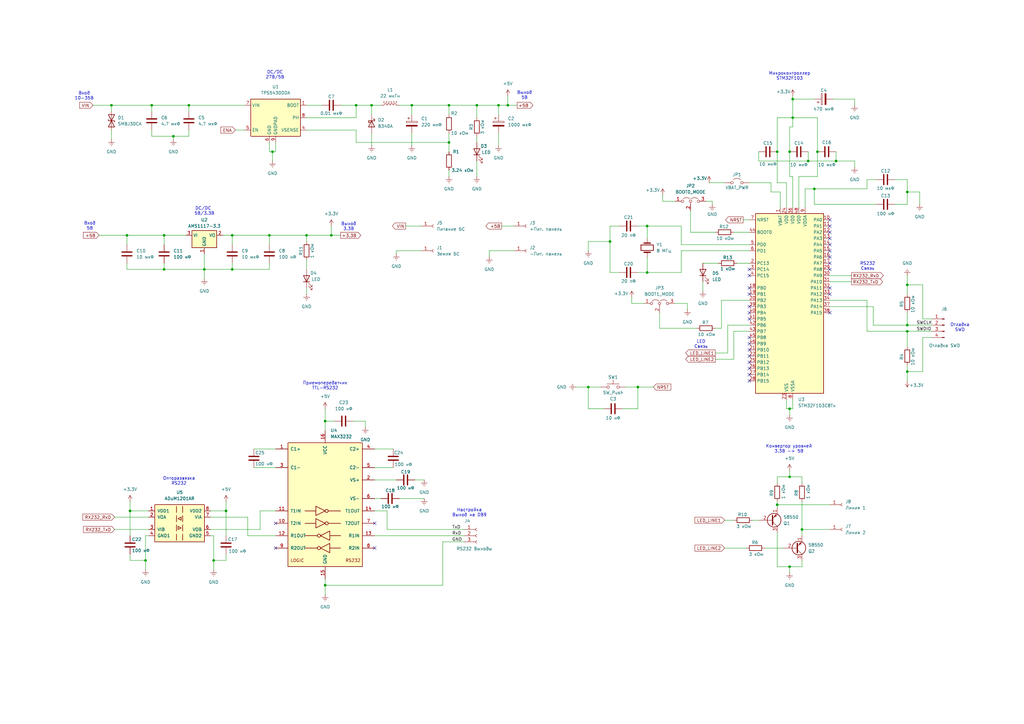
<source format=kicad_sch>
(kicad_sch (version 20231120) (generator "eeschema") (generator_version "8.0")
  (paper "A3")
  (junction (at 372.11 78.74))
  (junction (at 133.35 172.72))
  (junction (at 372.11 133.35))
  (junction (at 95.25 110.49))
  (junction (at 95.25 96.52))
  (junction (at 372.11 116.84))
  (junction (at 59.69 229.87))
  (junction (at 323.85 232.41))
  (junction (at 110.49 96.52))
  (junction (at 45.72 43.18))
  (junction (at 342.9 66.04))
  (junction (at 152.4 43.18))
  (junction (at 372.11 135.89))
  (junction (at 146.05 43.18))
  (junction (at 318.77 62.23))
  (junction (at 323.85 195.58))
  (junction (at 52.07 96.52))
  (junction (at 265.43 111.76))
  (junction (at 323.85 167.64))
  (junction (at 328.93 217.17))
  (junction (at 87.63 229.87))
  (junction (at 111.76 62.23))
  (junction (at 168.91 43.18))
  (junction (at 62.23 43.18))
  (junction (at 208.28 43.18))
  (junction (at 323.85 62.23))
  (junction (at 67.31 110.49))
  (junction (at 184.15 43.18))
  (junction (at 92.71 209.55))
  (junction (at 67.31 96.52))
  (junction (at 372.11 152.4))
  (junction (at 195.58 43.18))
  (junction (at 261.62 158.75))
  (junction (at 325.12 40.64))
  (junction (at 318.77 207.01))
  (junction (at 135.89 96.52))
  (junction (at 53.34 209.55))
  (junction (at 334.01 77.47))
  (junction (at 250.19 99.06))
  (junction (at 71.12 55.88))
  (junction (at 204.47 43.18))
  (junction (at 331.47 66.04))
  (junction (at 77.47 43.18))
  (junction (at 184.15 58.42))
  (junction (at 325.12 48.26))
  (junction (at 125.73 96.52))
  (junction (at 133.35 240.03))
  (junction (at 241.3 158.75))
  (junction (at 83.82 110.49))
  (junction (at 335.28 62.23))
  (junction (at 265.43 92.71))
  (no_connect (at 307.34 128.27))
  (no_connect (at 113.03 214.63))
  (no_connect (at 307.34 143.51))
  (no_connect (at 307.34 130.81))
  (no_connect (at 307.34 110.49))
  (no_connect (at 307.34 156.21))
  (no_connect (at 340.36 107.95))
  (no_connect (at 307.34 118.11))
  (no_connect (at 307.34 140.97))
  (no_connect (at 340.36 102.87))
  (no_connect (at 307.34 125.73))
  (no_connect (at 307.34 153.67))
  (no_connect (at 307.34 120.65))
  (no_connect (at 307.34 146.05))
  (no_connect (at 307.34 148.59))
  (no_connect (at 340.36 128.27))
  (no_connect (at 340.36 100.33))
  (no_connect (at 340.36 120.65))
  (no_connect (at 153.67 224.79))
  (no_connect (at 340.36 105.41))
  (no_connect (at 340.36 92.71))
  (no_connect (at 307.34 113.03))
  (no_connect (at 340.36 95.25))
  (no_connect (at 153.67 214.63))
  (no_connect (at 340.36 118.11))
  (no_connect (at 307.34 138.43))
  (no_connect (at 340.36 90.17))
  (no_connect (at 113.03 224.79))
  (no_connect (at 307.34 151.13))
  (no_connect (at 340.36 110.49))
  (no_connect (at 340.36 97.79))
  (wire (pts (xy 146.05 58.42) (xy 184.15 58.42)))
  (wire (pts (xy 325.12 39.37) (xy 325.12 40.64)))
  (wire (pts (xy 355.6 135.89) (xy 372.11 135.89)))
  (wire (pts (xy 52.07 110.49) (xy 67.31 110.49)))
  (wire (pts (xy 335.28 48.26) (xy 335.28 62.23)))
  (wire (pts (xy 95.25 110.49) (xy 83.82 110.49)))
  (wire (pts (xy 135.89 96.52) (xy 139.7 96.52)))
  (wire (pts (xy 149.86 172.72) (xy 149.86 175.26)))
  (wire (pts (xy 184.15 54.61) (xy 184.15 58.42)))
  (wire (pts (xy 170.18 196.85) (xy 173.99 196.85)))
  (wire (pts (xy 59.69 229.87) (xy 59.69 233.68)))
  (wire (pts (xy 276.86 82.55) (xy 271.78 82.55)))
  (wire (pts (xy 330.2 77.47) (xy 334.01 77.47)))
  (wire (pts (xy 146.05 43.18) (xy 152.4 43.18)))
  (wire (pts (xy 328.93 217.17) (xy 340.36 217.17)))
  (wire (pts (xy 113.03 58.42) (xy 113.03 62.23)))
  (wire (pts (xy 67.31 110.49) (xy 83.82 110.49)))
  (wire (pts (xy 106.68 217.17) (xy 106.68 209.55)))
  (wire (pts (xy 111.76 62.23) (xy 111.76 66.04)))
  (wire (pts (xy 152.4 43.18) (xy 156.21 43.18)))
  (wire (pts (xy 71.12 55.88) (xy 77.47 55.88)))
  (wire (pts (xy 163.83 43.18) (xy 168.91 43.18)))
  (wire (pts (xy 168.91 43.18) (xy 184.15 43.18)))
  (wire (pts (xy 92.71 227.33) (xy 92.71 229.87)))
  (wire (pts (xy 271.78 82.55) (xy 271.78 80.01)))
  (wire (pts (xy 195.58 66.04) (xy 195.58 72.39)))
  (wire (pts (xy 135.89 92.71) (xy 135.89 96.52)))
  (wire (pts (xy 288.29 107.95) (xy 294.64 107.95)))
  (wire (pts (xy 318.77 198.12) (xy 318.77 195.58)))
  (wire (pts (xy 86.36 209.55) (xy 92.71 209.55)))
  (wire (pts (xy 246.38 158.75) (xy 241.3 158.75)))
  (wire (pts (xy 340.36 123.19) (xy 355.6 123.19)))
  (wire (pts (xy 77.47 43.18) (xy 77.47 45.72)))
  (wire (pts (xy 311.15 62.23) (xy 311.15 66.04)))
  (wire (pts (xy 325.12 40.64) (xy 334.01 40.64)))
  (wire (pts (xy 152.4 54.61) (xy 152.4 59.69)))
  (wire (pts (xy 46.99 212.09) (xy 60.96 212.09)))
  (wire (pts (xy 358.14 133.35) (xy 372.11 133.35)))
  (wire (pts (xy 372.11 73.66) (xy 372.11 78.74)))
  (wire (pts (xy 378.46 152.4) (xy 372.11 152.4)))
  (wire (pts (xy 241.3 99.06) (xy 250.19 99.06)))
  (wire (pts (xy 372.11 78.74) (xy 377.19 78.74)))
  (wire (pts (xy 307.34 95.25) (xy 300.99 95.25)))
  (wire (pts (xy 195.58 55.88) (xy 195.58 58.42)))
  (wire (pts (xy 318.77 207.01) (xy 340.36 207.01)))
  (wire (pts (xy 133.35 167.64) (xy 133.35 172.72)))
  (wire (pts (xy 62.23 55.88) (xy 71.12 55.88)))
  (wire (pts (xy 265.43 111.76) (xy 265.43 105.41)))
  (wire (pts (xy 86.36 219.71) (xy 87.63 219.71)))
  (wire (pts (xy 45.72 43.18) (xy 45.72 45.72)))
  (wire (pts (xy 320.04 85.09) (xy 320.04 78.74)))
  (wire (pts (xy 307.34 100.33) (xy 279.4 100.33)))
  (wire (pts (xy 166.37 92.71) (xy 172.72 92.71)))
  (wire (pts (xy 355.6 73.66) (xy 355.6 77.47)))
  (wire (pts (xy 298.45 133.35) (xy 298.45 144.78)))
  (wire (pts (xy 331.47 66.04) (xy 342.9 66.04)))
  (wire (pts (xy 101.6 212.09) (xy 86.36 212.09)))
  (wire (pts (xy 279.4 102.87) (xy 279.4 111.76)))
  (wire (pts (xy 316.23 78.74) (xy 316.23 74.93)))
  (wire (pts (xy 110.49 96.52) (xy 125.73 96.52)))
  (wire (pts (xy 318.77 195.58) (xy 323.85 195.58)))
  (wire (pts (xy 158.75 217.17) (xy 190.5 217.17)))
  (wire (pts (xy 372.11 152.4) (xy 372.11 156.21)))
  (wire (pts (xy 325.12 48.26) (xy 335.28 48.26)))
  (wire (pts (xy 367.03 73.66) (xy 372.11 73.66)))
  (wire (pts (xy 38.1 43.18) (xy 45.72 43.18)))
  (wire (pts (xy 316.23 74.93) (xy 307.34 74.93)))
  (wire (pts (xy 152.4 43.18) (xy 152.4 46.99)))
  (wire (pts (xy 323.85 195.58) (xy 328.93 195.58)))
  (wire (pts (xy 340.36 113.03) (xy 349.25 113.03)))
  (wire (pts (xy 308.61 213.36) (xy 311.15 213.36)))
  (wire (pts (xy 318.77 218.44) (xy 318.77 232.41)))
  (wire (pts (xy 92.71 209.55) (xy 92.71 205.74)))
  (wire (pts (xy 372.11 133.35) (xy 382.27 133.35)))
  (wire (pts (xy 297.18 224.79) (xy 306.07 224.79)))
  (wire (pts (xy 168.91 54.61) (xy 168.91 59.69)))
  (wire (pts (xy 59.69 219.71) (xy 59.69 229.87)))
  (wire (pts (xy 325.12 167.64) (xy 323.85 167.64)))
  (wire (pts (xy 295.91 123.19) (xy 295.91 134.62)))
  (wire (pts (xy 323.85 232.41) (xy 328.93 232.41)))
  (wire (pts (xy 172.72 102.87) (xy 162.56 102.87)))
  (wire (pts (xy 342.9 62.23) (xy 342.9 66.04)))
  (wire (pts (xy 304.8 90.17) (xy 307.34 90.17)))
  (wire (pts (xy 320.04 78.74) (xy 316.23 78.74)))
  (wire (pts (xy 204.47 43.18) (xy 204.47 46.99)))
  (wire (pts (xy 53.34 227.33) (xy 53.34 229.87)))
  (wire (pts (xy 276.86 124.46) (xy 281.94 124.46)))
  (wire (pts (xy 110.49 58.42) (xy 110.49 62.23)))
  (wire (pts (xy 372.11 149.86) (xy 372.11 152.4)))
  (wire (pts (xy 289.56 82.55) (xy 292.1 82.55)))
  (wire (pts (xy 372.11 78.74) (xy 372.11 83.82)))
  (wire (pts (xy 372.11 116.84) (xy 372.11 120.65)))
  (wire (pts (xy 261.62 158.75) (xy 267.97 158.75)))
  (wire (pts (xy 300.99 147.32) (xy 293.37 147.32)))
  (wire (pts (xy 250.19 92.71) (xy 254 92.71)))
  (wire (pts (xy 318.77 207.01) (xy 318.77 208.28)))
  (wire (pts (xy 261.62 111.76) (xy 265.43 111.76)))
  (wire (pts (xy 264.16 124.46) (xy 259.08 124.46)))
  (wire (pts (xy 133.35 240.03) (xy 133.35 243.84)))
  (wire (pts (xy 87.63 219.71) (xy 87.63 229.87)))
  (wire (pts (xy 325.12 48.26) (xy 318.77 48.26)))
  (wire (pts (xy 279.4 100.33) (xy 279.4 92.71)))
  (wire (pts (xy 331.47 62.23) (xy 331.47 66.04)))
  (wire (pts (xy 328.93 195.58) (xy 328.93 198.12)))
  (wire (pts (xy 77.47 55.88) (xy 77.47 53.34)))
  (wire (pts (xy 283.21 86.36) (xy 283.21 95.25)))
  (wire (pts (xy 52.07 96.52) (xy 67.31 96.52)))
  (wire (pts (xy 153.67 196.85) (xy 162.56 196.85)))
  (wire (pts (xy 195.58 43.18) (xy 195.58 48.26)))
  (wire (pts (xy 67.31 96.52) (xy 67.31 100.33)))
  (wire (pts (xy 297.18 213.36) (xy 300.99 213.36)))
  (wire (pts (xy 313.69 224.79) (xy 321.31 224.79)))
  (wire (pts (xy 325.12 85.09) (xy 325.12 72.39)))
  (wire (pts (xy 86.36 217.17) (xy 106.68 217.17)))
  (wire (pts (xy 318.77 74.93) (xy 318.77 62.23)))
  (wire (pts (xy 358.14 125.73) (xy 358.14 133.35)))
  (wire (pts (xy 204.47 43.18) (xy 208.28 43.18)))
  (wire (pts (xy 322.58 74.93) (xy 318.77 74.93)))
  (wire (pts (xy 377.19 83.82) (xy 377.19 78.74)))
  (wire (pts (xy 125.73 43.18) (xy 132.08 43.18)))
  (wire (pts (xy 46.99 217.17) (xy 60.96 217.17)))
  (wire (pts (xy 328.93 205.74) (xy 328.93 217.17)))
  (wire (pts (xy 139.7 43.18) (xy 146.05 43.18)))
  (wire (pts (xy 307.34 133.35) (xy 298.45 133.35)))
  (wire (pts (xy 293.37 144.78) (xy 298.45 144.78)))
  (wire (pts (xy 241.3 102.87) (xy 241.3 99.06)))
  (wire (pts (xy 241.3 158.75) (xy 241.3 167.64)))
  (wire (pts (xy 146.05 43.18) (xy 146.05 48.26)))
  (wire (pts (xy 256.54 158.75) (xy 261.62 158.75)))
  (wire (pts (xy 149.86 172.72) (xy 144.78 172.72)))
  (wire (pts (xy 153.67 204.47) (xy 156.21 204.47)))
  (wire (pts (xy 71.12 55.88) (xy 71.12 57.15)))
  (wire (pts (xy 372.11 135.89) (xy 382.27 135.89)))
  (wire (pts (xy 158.75 209.55) (xy 153.67 209.55)))
  (wire (pts (xy 254 111.76) (xy 250.19 111.76)))
  (wire (pts (xy 195.58 43.18) (xy 204.47 43.18)))
  (wire (pts (xy 168.91 43.18) (xy 168.91 46.99)))
  (wire (pts (xy 318.77 48.26) (xy 318.77 62.23)))
  (wire (pts (xy 307.34 102.87) (xy 279.4 102.87)))
  (wire (pts (xy 153.67 219.71) (xy 190.5 219.71)))
  (wire (pts (xy 295.91 134.62) (xy 293.37 134.62)))
  (wire (pts (xy 83.82 104.14) (xy 83.82 110.49)))
  (wire (pts (xy 184.15 69.85) (xy 184.15 72.39)))
  (wire (pts (xy 162.56 102.87) (xy 162.56 104.14)))
  (wire (pts (xy 318.77 205.74) (xy 318.77 207.01)))
  (wire (pts (xy 125.73 96.52) (xy 125.73 99.06)))
  (wire (pts (xy 311.15 66.04) (xy 331.47 66.04)))
  (wire (pts (xy 325.12 163.83) (xy 325.12 167.64)))
  (wire (pts (xy 359.41 73.66) (xy 355.6 73.66)))
  (wire (pts (xy 45.72 53.34) (xy 45.72 57.15)))
  (wire (pts (xy 261.62 158.75) (xy 261.62 167.64)))
  (wire (pts (xy 325.12 48.26) (xy 325.12 52.07)))
  (wire (pts (xy 327.66 72.39) (xy 335.28 72.39)))
  (wire (pts (xy 95.25 96.52) (xy 95.25 100.33)))
  (wire (pts (xy 323.85 193.04) (xy 323.85 195.58)))
  (wire (pts (xy 87.63 229.87) (xy 87.63 233.68)))
  (wire (pts (xy 378.46 138.43) (xy 378.46 152.4)))
  (wire (pts (xy 265.43 92.71) (xy 265.43 97.79)))
  (wire (pts (xy 110.49 110.49) (xy 95.25 110.49)))
  (wire (pts (xy 283.21 95.25) (xy 293.37 95.25)))
  (wire (pts (xy 279.4 111.76) (xy 265.43 111.76)))
  (wire (pts (xy 359.41 83.82) (xy 334.01 83.82)))
  (wire (pts (xy 340.36 125.73) (xy 358.14 125.73)))
  (wire (pts (xy 53.34 209.55) (xy 53.34 219.71)))
  (wire (pts (xy 91.44 96.52) (xy 95.25 96.52)))
  (wire (pts (xy 378.46 130.81) (xy 378.46 116.84)))
  (wire (pts (xy 285.75 134.62) (xy 270.51 134.62)))
  (wire (pts (xy 372.11 113.03) (xy 372.11 116.84)))
  (wire (pts (xy 92.71 229.87) (xy 87.63 229.87)))
  (wire (pts (xy 173.99 204.47) (xy 163.83 204.47)))
  (wire (pts (xy 77.47 43.18) (xy 100.33 43.18)))
  (wire (pts (xy 334.01 83.82) (xy 334.01 77.47)))
  (wire (pts (xy 307.34 135.89) (xy 300.99 135.89)))
  (wire (pts (xy 104.14 184.15) (xy 113.03 184.15)))
  (wire (pts (xy 153.67 184.15) (xy 161.29 184.15)))
  (wire (pts (xy 153.67 191.77) (xy 161.29 191.77)))
  (wire (pts (xy 125.73 53.34) (xy 146.05 53.34)))
  (wire (pts (xy 372.11 135.89) (xy 372.11 142.24)))
  (wire (pts (xy 158.75 217.17) (xy 158.75 209.55)))
  (wire (pts (xy 92.71 209.55) (xy 92.71 219.71)))
  (wire (pts (xy 96.52 53.34) (xy 100.33 53.34)))
  (wire (pts (xy 355.6 77.47) (xy 334.01 77.47)))
  (wire (pts (xy 290.83 74.93) (xy 297.18 74.93)))
  (wire (pts (xy 113.03 62.23) (xy 111.76 62.23)))
  (wire (pts (xy 67.31 107.95) (xy 67.31 110.49)))
  (wire (pts (xy 53.34 229.87) (xy 59.69 229.87)))
  (wire (pts (xy 261.62 167.64) (xy 255.27 167.64)))
  (wire (pts (xy 52.07 96.52) (xy 52.07 100.33)))
  (wire (pts (xy 250.19 111.76) (xy 250.19 99.06)))
  (wire (pts (xy 62.23 43.18) (xy 62.23 45.72)))
  (wire (pts (xy 62.23 43.18) (xy 77.47 43.18)))
  (wire (pts (xy 279.4 92.71) (xy 265.43 92.71)))
  (wire (pts (xy 200.66 102.87) (xy 200.66 105.41)))
  (wire (pts (xy 322.58 85.09) (xy 322.58 74.93)))
  (wire (pts (xy 125.73 106.68) (xy 125.73 110.49)))
  (wire (pts (xy 355.6 123.19) (xy 355.6 135.89)))
  (wire (pts (xy 307.34 123.19) (xy 295.91 123.19)))
  (wire (pts (xy 184.15 43.18) (xy 195.58 43.18)))
  (wire (pts (xy 210.82 102.87) (xy 200.66 102.87)))
  (wire (pts (xy 335.28 72.39) (xy 335.28 62.23)))
  (wire (pts (xy 372.11 83.82) (xy 367.03 83.82)))
  (wire (pts (xy 133.35 240.03) (xy 181.61 240.03)))
  (wire (pts (xy 53.34 209.55) (xy 53.34 205.74)))
  (wire (pts (xy 133.35 172.72) (xy 133.35 176.53)))
  (wire (pts (xy 250.19 99.06) (xy 250.19 92.71)))
  (wire (pts (xy 325.12 40.64) (xy 325.12 48.26)))
  (wire (pts (xy 205.74 92.71) (xy 210.82 92.71)))
  (wire (pts (xy 146.05 53.34) (xy 146.05 58.42)))
  (wire (pts (xy 323.85 167.64) (xy 323.85 170.18)))
  (wire (pts (xy 288.29 115.57) (xy 288.29 119.38)))
  (wire (pts (xy 340.36 115.57) (xy 349.25 115.57)))
  (wire (pts (xy 62.23 53.34) (xy 62.23 55.88)))
  (wire (pts (xy 292.1 82.55) (xy 292.1 83.82)))
  (wire (pts (xy 318.77 232.41) (xy 323.85 232.41)))
  (wire (pts (xy 323.85 232.41) (xy 323.85 234.95)))
  (wire (pts (xy 184.15 58.42) (xy 184.15 62.23)))
  (wire (pts (xy 181.61 222.25) (xy 190.5 222.25)))
  (wire (pts (xy 322.58 167.64) (xy 323.85 167.64)))
  (wire (pts (xy 341.63 40.64) (xy 350.52 40.64)))
  (wire (pts (xy 325.12 72.39) (xy 323.85 72.39)))
  (wire (pts (xy 382.27 130.81) (xy 378.46 130.81)))
  (wire (pts (xy 323.85 52.07) (xy 323.85 62.23)))
  (wire (pts (xy 259.08 124.46) (xy 259.08 121.92)))
  (wire (pts (xy 52.07 107.95) (xy 52.07 110.49)))
  (wire (pts (xy 328.93 217.17) (xy 328.93 219.71)))
  (wire (pts (xy 133.35 172.72) (xy 137.16 172.72)))
  (wire (pts (xy 300.99 135.89) (xy 300.99 147.32)))
  (wire (pts (xy 125.73 96.52) (xy 135.89 96.52)))
  (wire (pts (xy 372.11 128.27) (xy 372.11 133.35)))
  (wire (pts (xy 110.49 107.95) (xy 110.49 110.49)))
  (wire (pts (xy 113.03 219.71) (xy 101.6 219.71)))
  (wire (pts (xy 382.27 138.43) (xy 378.46 138.43)))
  (wire (pts (xy 184.15 43.18) (xy 184.15 46.99)))
  (wire (pts (xy 40.64 96.52) (xy 52.07 96.52)))
  (wire (pts (xy 330.2 85.09) (xy 330.2 77.47)))
  (wire (pts (xy 101.6 219.71) (xy 101.6 212.09)))
  (wire (pts (xy 342.9 66.04) (xy 350.52 66.04)))
  (wire (pts (xy 95.25 96.52) (xy 110.49 96.52)))
  (wire (pts (xy 328.93 232.41) (xy 328.93 229.87)))
  (wire (pts (xy 83.82 110.49) (xy 83.82 114.3)))
  (wire (pts (xy 350.52 40.64) (xy 350.52 43.18)))
  (wire (pts (xy 322.58 163.83) (xy 322.58 167.64)))
  (wire (pts (xy 95.25 107.95) (xy 95.25 110.49)))
  (wire (pts (xy 111.76 62.23) (xy 110.49 62.23)))
  (wire (pts (xy 281.94 124.46) (xy 281.94 127)))
  (wire (pts (xy 181.61 240.03) (xy 181.61 222.25)))
  (wire (pts (xy 125.73 48.26) (xy 146.05 48.26)))
  (wire (pts (xy 110.49 96.52) (xy 110.49 100.33)))
  (wire (pts (xy 236.22 158.75) (xy 241.3 158.75)))
  (wire (pts (xy 372.11 116.84) (xy 378.46 116.84)))
  (wire (pts (xy 60.96 209.55) (xy 53.34 209.55)))
  (wire (pts (xy 67.31 96.52) (xy 76.2 96.52)))
  (wire (pts (xy 241.3 167.64) (xy 247.65 167.64)))
  (wire (pts (xy 270.51 134.62) (xy 270.51 128.27)))
  (wire (pts (xy 327.66 85.09) (xy 327.66 72.39)))
  (wire (pts (xy 106.68 209.55) (xy 113.03 209.55)))
  (wire (pts (xy 60.96 219.71) (xy 59.69 219.71)))
  (wire (pts (xy 45.72 43.18) (xy 62.23 43.18)))
  (wire (pts (xy 302.26 107.95) (xy 307.34 107.95)))
  (wire (pts (xy 133.35 237.49) (xy 133.35 240.03)))
  (wire (pts (xy 125.73 118.11) (xy 125.73 120.65)))
  (wire (pts (xy 204.47 54.61) (xy 204.47 59.69)))
  (wire (pts (xy 350.52 66.04) (xy 350.52 68.58)))
  (wire (pts (xy 104.14 191.77) (xy 113.03 191.77)))
  (wire (pts (xy 261.62 92.71) (xy 265.43 92.71)))
  (wire (pts (xy 323.85 72.39) (xy 323.85 62.23)))
  (wire (pts (xy 325.12 52.07) (xy 323.85 52.07)))
  (wire (pts (xy 208.28 39.37) (xy 208.28 43.18)))
  (wire (pts (xy 208.28 43.18) (xy 212.09 43.18)))
  (text "Вход\n5В" (at 36.83 92.71 0) (effects (font (size 1.27 1.27))))
  (text "Отладка\nSWD" (at 393.7 134.366 0) (effects (font (size 1.27 1.27))))
  (text "Вход\n10-35В" (at 34.544 39.37 0) (effects (font (size 1.27 1.27))))
  (text "Выход\n5В" (at 215.138 39.116 0) (effects (font (size 1.27 1.27))))
  (text "Микроконтроллер\nSTM32F103" (at 323.85 31.242 0) (effects (font (size 1.27 1.27))))
  (text "Опторазвязка\nRS232" (at 73.406 197.358 0) (effects (font (size 1.27 1.27))))
  (text "Выход\n3.3В" (at 143.002 92.964 0) (effects (font (size 1.27 1.27))))
  (text "Конвертор уровней\n3.3В -> 5В" (at 323.596 184.15 0) (effects (font (size 1.27 1.27))))
  (text "DC/DC \n5В/3.3В" (at 83.82 86.614 0) (effects (font (size 1.27 1.27))))
  (text "DC/DC\n27В/5В" (at 112.776 30.734 0) (effects (font (size 1.27 1.27))))
  (text "LED\nСвязь" (at 287.528 141.224 0) (effects (font (size 1.27 1.27))))
  (text "Настройка\nВыход на DB9\n" (at 192.532 210.312 0) (effects (font (size 1.27 1.27))))
  (text "RS232\nСвязь" (at 355.854 109.22 0) (effects (font (size 1.27 1.27))))
  (text "Приемопередатчик\nTTL-RS232" (at 133.35 158.242 0) (effects (font (size 1.27 1.27))))
  (label "RxD" (at 185.42 219.71 0))
  (label "GND" (at 185.42 222.25 0))
  (label "SWDIO" (at 375.92 135.89 0))
  (label "TxD" (at 185.42 217.17 0))
  (label "SWCLK" (at 375.92 133.35 0))
  (global_label "ENA" (shape input) (at 96.52 53.34 180) (property "Intersheetrefs" "${INTERSHEET_REFS}" (effects (hide yes))))
  (global_label "RX232_TxD" (shape output) (at 349.25 115.57 0) (property "Intersheetrefs" "${INTERSHEET_REFS}" (effects (hide yes))))
  (global_label "RX232_RxD" (shape output) (at 349.25 113.03 0) (property "Intersheetrefs" "${INTERSHEET_REFS}" (effects (hide yes))))
  (global_label "LED_LINE1" (shape input) (at 297.18 213.36 180) (property "Intersheetrefs" "${INTERSHEET_REFS}" (effects (hide yes))))
  (global_label "+5В" (shape input) (at 40.64 96.52 180) (property "Intersheetrefs" "${INTERSHEET_REFS}" (effects (hide yes))))
  (global_label "NRST" (shape input) (at 267.97 158.75 0) (property "Intersheetrefs" "${INTERSHEET_REFS}" (effects (hide yes))))
  (global_label "RX232_RxD" (shape input) (at 46.99 212.09 180) (property "Intersheetrefs" "${INTERSHEET_REFS}" (effects (hide yes))))
  (global_label "+5В" (shape output) (at 212.09 43.18 0) (property "Intersheetrefs" "${INTERSHEET_REFS}" (effects (hide yes))))
  (global_label "VIN" (shape input) (at 38.1 43.18 180) (property "Intersheetrefs" "${INTERSHEET_REFS}" (effects (hide yes))))
  (global_label "LED_LINE2" (shape input) (at 297.18 224.79 180) (property "Intersheetrefs" "${INTERSHEET_REFS}" (effects (hide yes))))
  (global_label "LED_LINE2" (shape output) (at 293.37 147.32 180) (property "Intersheetrefs" "${INTERSHEET_REFS}" (effects (hide yes))))
  (global_label "VIN" (shape output) (at 166.37 92.71 180) (property "Intersheetrefs" "${INTERSHEET_REFS}" (effects (hide yes))))
  (global_label "RX232_TxD" (shape input) (at 46.99 217.17 180) (property "Intersheetrefs" "${INTERSHEET_REFS}" (effects (hide yes))))
  (global_label "+5В" (shape output) (at 205.74 92.71 180) (property "Intersheetrefs" "${INTERSHEET_REFS}" (effects (hide yes))))
  (global_label "LED_LINE1" (shape output) (at 293.37 144.78 180) (property "Intersheetrefs" "${INTERSHEET_REFS}" (effects (hide yes))))
  (global_label "+3.3В" (shape output) (at 139.7 96.52 0) (property "Intersheetrefs" "${INTERSHEET_REFS}" (effects (hide yes))))
  (global_label "NRST" (shape output) (at 304.8 90.17 180) (property "Intersheetrefs" "${INTERSHEET_REFS}" (effects (hide yes))))
  (symbol (lib_id "Device:C_Polarized") (at 168.91 50.8 0) (unit 1)
    (property "Reference" "C1" (at 172.72 48.6409 0) (effects (justify left)))
    (property "Value" "220 мкФ" (at 172.72 51.1809 0) (effects (justify left)))
    (property "Footprint" "Capacitor_SMD:C_0603_1608Metric" (effects (hide yes)))
    (property "Description" "Polarized capacitor" (effects (hide yes)))
  )
  (symbol (lib_id "power:GNDREF") (at 292.1 83.82 0) (unit 1)
    (property "Reference" "#PWR013" (effects (hide yes)))
    (property "Value" "GND" (at 292.1 87.884 0))
    (property "Description" "Power symbol creates a global label with name \"GNDREF\" , reference supply ground" (effects (hide yes)))
  )
  (symbol (lib_id "power:GNDREF") (at 323.85 234.95 0) (unit 1)
    (property "Reference" "#PWR033" (effects (hide yes)))
    (property "Value" "GND" (at 323.85 240.03 0))
    (property "Description" "Power symbol creates a global label with name \"GNDREF\" , reference supply ground" (effects (hide yes)))
  )
  (symbol (lib_id "power:GNDREF") (at 168.91 59.69 0) (unit 1)
    (property "Reference" "#PWR08" (effects (hide yes)))
    (property "Value" "GND" (at 168.91 64.77 0))
    (property "Description" "Power symbol creates a global label with name \"GNDREF\" , reference supply ground" (effects (hide yes)))
  )
  (symbol (lib_id "Device:R") (at 289.56 134.62 90) (unit 1)
    (property "Reference" "R7" (at 289.306 132.334 90))
    (property "Value" "10 кОм" (at 289.814 137.16 90))
    (property "Footprint" "Resistor_SMD:R_0603_1608Metric" (effects (hide yes)))
    (property "Description" "Resistor" (effects (hide yes)))
  )
  (symbol (lib_id "Device:C") (at 339.09 62.23 90) (unit 1)
    (property "Reference" "C16" (at 339.09 58.42 90))
    (property "Value" "10 мкФ" (at 339.09 67.564 90))
    (property "Footprint" "Capacitor_SMD:C_0603_1608Metric" (effects (hide yes)))
    (property "Description" "Unpolarized capacitor" (effects (hide yes)))
  )
  (symbol (lib_id "Isolator:ADuM1201AR") (at 73.66 214.63 0) (unit 1)
    (property "Reference" "U5" (at 73.66 201.93 0))
    (property "Value" "ADuM1201AR" (at 73.66 204.47 0))
    (property "Footprint" "Package_SO:SOIC-8_3.9x4.9mm_P1.27mm" (effects (hide yes)))
    (property "Datasheet" "https://www.analog.com/media/en/technical-documentation/data-sheets/ADuM1200_1201.pdf" (effects (hide yes)))
    (property "Description" "Dual-channel digital isolator, bidirectional communication, 3V/5V level translation, SOIC-8" (effects (hide yes)))
  )
  (symbol (lib_id "Jumper:Jumper_3_Open") (at 270.51 124.46 0) (unit 1) (exclude_from_sim yes) (in_bom no)
    (property "Reference" "JP3" (at 270.51 118.11 0))
    (property "Value" "BOOT1_MODE" (at 270.51 120.65 0))
    (property "Footprint" "Connector_PinHeader_2.54mm:PinHeader_1x03_P2.54mm_Vertical" (effects (hide yes)))
    (property "Description" "Jumper, 3-pole, both open" (effects (hide yes)))
  )
  (symbol (lib_id "Device:C_Polarized") (at 204.47 50.8 0) (unit 1)
    (property "Reference" "C2" (at 208.28 48.6409 0) (effects (justify left)))
    (property "Value" "1000 мкФ" (at 208.28 51.1809 0) (effects (justify left)))
    (property "Footprint" "Capacitor_SMD:CP_Elec_10x10.5" (effects (hide yes)))
    (property "Description" "Polarized capacitor" (effects (hide yes)))
  )
  (symbol (lib_id "power:GNDREF") (at 350.52 43.18 0) (unit 1)
    (property "Reference" "#PWR02" (effects (hide yes)))
    (property "Value" "GND" (at 350.52 48.26 0))
    (property "Description" "Power symbol creates a global label with name \"GNDREF\" , reference supply ground" (effects (hide yes)))
  )
  (symbol (lib_id "power:GNDREF") (at 162.56 104.14 0) (unit 1)
    (property "Reference" "#PWR034" (effects (hide yes)))
    (property "Value" "GND" (at 162.56 109.22 0))
    (property "Description" "Power symbol creates a global label with name \"GNDREF\" , reference supply ground" (effects (hide yes)))
  )
  (symbol (lib_id "Device:C") (at 257.81 111.76 90) (unit 1)
    (property "Reference" "C20" (at 257.81 108.204 90))
    (property "Value" "20 пФ" (at 257.81 115.316 90))
    (property "Footprint" "Capacitor_SMD:C_0603_1608Metric" (effects (hide yes)))
    (property "Description" "Unpolarized capacitor" (effects (hide yes)))
  )
  (symbol (lib_id "Device:R") (at 195.58 52.07 180) (unit 1)
    (property "Reference" "R3" (at 193.294 52.07 90))
    (property "Value" "3 кОм" (at 197.866 52.07 90))
    (property "Footprint" "Resistor_SMD:R_0603_1608Metric" (effects (hide yes)))
    (property "Description" "Resistor" (effects (hide yes)))
  )
  (symbol (lib_id "Device:C") (at 257.81 92.71 90) (unit 1)
    (property "Reference" "C21" (at 257.81 89.154 90))
    (property "Value" "20 пФ" (at 257.81 96.52 90))
    (property "Footprint" "Capacitor_SMD:C_0603_1608Metric" (effects (hide yes)))
    (property "Description" "Unpolarized capacitor" (effects (hide yes)))
  )
  (symbol (lib_id "power:+3.3V") (at 325.12 39.37 0) (unit 1)
    (property "Reference" "#PWR01" (effects (hide yes)))
    (property "Value" "+3.3V" (at 321.31 37.592 0))
    (property "Description" "Power symbol creates a global label with name \"+3.3V\"" (effects (hide yes)))
  )
  (symbol (lib_id "power:GNDREF") (at 173.99 204.47 0) (unit 1)
    (property "Reference" "#PWR027" (effects (hide yes)))
    (property "Value" "GND" (at 173.99 209.55 0))
    (property "Description" "Power symbol creates a global label with name \"GNDREF\" , reference supply ground" (effects (hide yes)))
  )
  (symbol (lib_id "power:GNDREF") (at 111.76 66.04 0) (unit 1)
    (property "Reference" "#PWR011" (effects (hide yes)))
    (property "Value" "GND" (at 111.76 71.12 0))
    (property "Description" "Power symbol creates a global label with name \"GNDREF\" , reference supply ground" (effects (hide yes)))
  )
  (symbol (lib_id "Device:R") (at 125.73 102.87 180) (unit 1)
    (property "Reference" "R11" (at 123.444 102.87 90))
    (property "Value" "1 кОм" (at 128.016 102.87 90))
    (property "Footprint" "Resistor_SMD:R_0603_1608Metric" (effects (hide yes)))
    (property "Description" "Resistor" (effects (hide yes)))
  )
  (symbol (lib_id "power:GNDREF") (at 200.66 105.41 0) (unit 1)
    (property "Reference" "#PWR035" (effects (hide yes)))
    (property "Value" "GND" (at 200.66 110.49 0))
    (property "Description" "Power symbol creates a global label with name \"GNDREF\" , reference supply ground" (effects (hide yes)))
  )
  (symbol (lib_id "Connector:Conn_01x04_Pin") (at 387.35 133.35 0) (mirror y) (unit 1)
    (property "Reference" "J6" (at 386.08 126.746 0) (effects (justify right)))
    (property "Value" "Отладка SWD" (at 381 141.732 0) (effects (justify right)))
    (property "Footprint" "Connector_PinHeader_2.54mm:PinHeader_1x04_P2.54mm_Vertical" (effects (hide yes)))
    (property "Description" "Generic connector, single row, 01x04, script generated" (effects (hide yes)))
  )
  (symbol (lib_id "Device:L_Ferrite") (at 160.02 43.18 90) (unit 1)
    (property "Reference" "L1" (at 160.02 36.83 90))
    (property "Value" "22 мкГн" (at 160.02 39.37 90))
    (property "Footprint" "Inductor_SMD:L_Bourns_SRR1260" (effects (hide yes)))
    (property "Description" "Inductor with ferrite core" (effects (hide yes)))
  )
  (symbol (lib_id "Transistor_BJT:S8550") (at 326.39 224.79 0) (mirror x) (unit 1)
    (property "Reference" "Q2" (at 331.47 226.0601 0) (effects (justify left)))
    (property "Value" "S8550" (at 331.47 223.5201 0) (effects (justify left)))
    (property "Footprint" "Package_TO_SOT_SMD:SOT-23" (effects (hide yes)))
    (property "Datasheet" "http://www.unisonic.com.tw/datasheet/S8550.pdf" (effects (hide yes)))
    (property "Description" "0.7A Ic, 20V Vce, Low Voltage High Current PNP Transistor, TO-92" (effects (hide yes)))
  )
  (symbol (lib_id "power:GNDREF") (at 372.11 113.03 180) (unit 1)
    (property "Reference" "#PWR039" (effects (hide yes)))
    (property "Value" "GND" (at 372.11 107.95 0))
    (property "Description" "Power symbol creates a global label with name \"GNDREF\" , reference supply ground" (effects (hide yes)))
  )
  (symbol (lib_id "Device:R") (at 309.88 224.79 90) (unit 1)
    (property "Reference" "R6" (at 309.626 222.504 90))
    (property "Value" "3 кОм" (at 310.134 227.33 90))
    (property "Footprint" "Resistor_SMD:R_0603_1608Metric" (effects (hide yes)))
    (property "Description" "Resistor" (effects (hide yes)))
  )
  (symbol (lib_id "power:GNDREF") (at 133.35 243.84 0) (unit 1)
    (property "Reference" "#PWR032" (effects (hide yes)))
    (property "Value" "GND" (at 133.35 248.92 0))
    (property "Description" "Power symbol creates a global label with name \"GNDREF\" , reference supply ground" (effects (hide yes)))
  )
  (symbol (lib_id "Device:C") (at 363.22 73.66 90) (unit 1)
    (property "Reference" "C12" (at 363.22 70.104 90))
    (property "Value" "10 мкФ" (at 363.22 77.216 90))
    (property "Footprint" "Capacitor_SMD:C_0603_1608Metric" (effects (hide yes)))
    (property "Description" "Unpolarized capacitor" (effects (hide yes)))
  )
  (symbol (lib_id "power:+3.3V") (at 271.78 80.01 0) (unit 1)
    (property "Reference" "#PWR012" (effects (hide yes)))
    (property "Value" "+3.3V" (at 267.716 77.978 0))
    (property "Description" "Power symbol creates a global label with name \"+3.3V\"" (effects (hide yes)))
  )
  (symbol (lib_id "power:GNDREF") (at 59.69 233.68 0) (unit 1)
    (property "Reference" "#PWR030" (effects (hide yes)))
    (property "Value" "GND" (at 59.69 238.76 0))
    (property "Description" "Power symbol creates a global label with name \"GNDREF\" , reference supply ground" (effects (hide yes)))
  )
  (symbol (lib_id "Connector:Conn_01x01_Socket") (at 177.8 92.71 0) (unit 1)
    (property "Reference" "J5" (at 179.07 91.4399 0) (effects (justify left)))
    (property "Value" "Питание БС" (at 179.07 93.9799 0) (effects (justify left)))
    (property "Footprint" "Connector_Wire:SolderWire-2.5sqmm_1x01_D2.4mm_OD4.4mm" (effects (hide yes)))
    (property "Description" "Generic connector, single row, 01x01, script generated" (effects (hide yes)))
  )
  (symbol (lib_id "power:GNDREF") (at 241.3 102.87 0) (unit 1)
    (property "Reference" "#PWR016" (effects (hide yes)))
    (property "Value" "GND" (at 241.3 107.95 0))
    (property "Description" "Power symbol creates a global label with name \"GNDREF\" , reference supply ground" (effects (hide yes)))
  )
  (symbol (lib_id "power:GNDREF") (at 152.4 59.69 0) (unit 1)
    (property "Reference" "#PWR07" (effects (hide yes)))
    (property "Value" "GND" (at 152.4 64.77 0))
    (property "Description" "Power symbol creates a global label with name \"GNDREF\" , reference supply ground" (effects (hide yes)))
  )
  (symbol (lib_id "Device:LED") (at 195.58 62.23 90) (unit 1)
    (property "Reference" "D3" (at 197.104 59.944 90) (effects (justify right)))
    (property "Value" "LED" (at 197.612 62.484 90) (effects (justify right)))
    (property "Footprint" "LED_SMD:LED_0603_1608Metric" (effects (hide yes)))
    (property "Description" "Light emitting diode" (effects (hide yes)))
  )
  (symbol (lib_id "Connector:Conn_01x03_Socket") (at 195.58 219.71 0) (unit 1)
    (property "Reference" "J4" (at 190.5 213.614 0) (effects (justify left)))
    (property "Value" "RS232 Выходы" (at 187.198 225.044 0) (effects (justify left)))
    (property "Footprint" "Connector_Wire:SolderWire-1sqmm_1x03_P7.8mm_D1.4mm_OD3.9mm" (effects (hide yes)))
    (property "Description" "Generic connector, single row, 01x03, script generated" (effects (hide yes)))
  )
  (symbol (lib_id "power:GNDREF") (at 195.58 72.39 0) (unit 1)
    (property "Reference" "#PWR036" (effects (hide yes)))
    (property "Value" "GND" (at 195.58 77.47 0))
    (property "Description" "Power symbol creates a global label with name \"GNDREF\" , reference supply ground" (effects (hide yes)))
  )
  (symbol (lib_id "Interface_UART:MAX3232") (at 133.35 207.01 0) (unit 1)
    (property "Reference" "U4" (at 135.5441 176.53 0) (effects (justify left)))
    (property "Value" "MAX3232" (at 135.5441 179.07 0) (effects (justify left)))
    (property "Footprint" "Package_SO:TSSOP-16_4.4x5mm_P0.65mm" (effects (hide yes)))
    (property "Datasheet" "https://datasheets.maximintegrated.com/en/ds/MAX3222-MAX3241.pdf" (effects (hide yes)))
    (property "Description" "3.0V to 5.5V, Low-Power, up to 1Mbps, True RS-232 Transceivers Using Four 0.1μF External Capacitors" (effects (hide yes)))
  )
  (symbol (lib_id "power:+5V") (at 208.28 39.37 0) (unit 1)
    (property "Reference" "#PWR03" (effects (hide yes)))
    (property "Value" "+5V" (at 208.28 34.29 0))
    (property "Description" "Power symbol creates a global label with name \"+5V\"" (effects (hide yes)))
  )
  (symbol (lib_id "Jumper:Jumper_3_Open") (at 283.21 82.55 0) (unit 1) (exclude_from_sim yes) (in_bom no)
    (property "Reference" "JP2" (at 283.21 76.2 0))
    (property "Value" "BOOT0_MODE" (at 283.21 78.74 0))
    (property "Footprint" "Connector_PinHeader_2.54mm:PinHeader_1x03_P2.54mm_Vertical" (effects (hide yes)))
    (property "Description" "Jumper, 3-pole, both open" (effects (hide yes)))
  )
  (symbol (lib_id "power:GNDREF") (at 323.85 170.18 0) (unit 1)
    (property "Reference" "#PWR023" (effects (hide yes)))
    (property "Value" "GND" (at 323.85 175.26 0))
    (property "Description" "Power symbol creates a global label with name \"GNDREF\" , reference supply ground" (effects (hide yes)))
  )
  (symbol (lib_id "Device:R") (at 298.45 107.95 90) (unit 1)
    (property "Reference" "R13" (at 298.45 105.664 90))
    (property "Value" "1 кОм" (at 298.45 110.236 90))
    (property "Footprint" "Resistor_SMD:R_0603_1608Metric" (effects (hide yes)))
    (property "Description" "Resistor" (effects (hide yes)))
  )
  (symbol (lib_id "power:GNDREF") (at 204.47 59.69 0) (unit 1)
    (property "Reference" "#PWR09" (effects (hide yes)))
    (property "Value" "GND" (at 204.47 64.77 0))
    (property "Description" "Power symbol creates a global label with name \"GNDREF\" , reference supply ground" (effects (hide yes)))
  )
  (symbol (lib_id "power:GNDREF") (at 288.29 119.38 0) (unit 1)
    (property "Reference" "#PWR018" (effects (hide yes)))
    (property "Value" "GND" (at 288.29 124.46 0))
    (property "Description" "Power symbol creates a global label with name \"GNDREF\" , reference supply ground" (effects (hide yes)))
  )
  (symbol (lib_id "power:GNDREF") (at 71.12 57.15 0) (unit 1)
    (property "Reference" "#PWR06" (effects (hide yes)))
    (property "Value" "GND" (at 71.12 62.23 0))
    (property "Description" "Power symbol creates a global label with name \"GNDREF\" , reference supply ground" (effects (hide yes)))
  )
  (symbol (lib_id "Device:C") (at 327.66 62.23 270) (unit 1)
    (property "Reference" "C14" (at 327.66 58.674 90))
    (property "Value" "10 мкФ" (at 327.66 67.564 90))
    (property "Footprint" "Capacitor_SMD:C_0603_1608Metric" (effects (hide yes)))
    (property "Description" "Unpolarized capacitor" (effects (hide yes)))
  )
  (symbol (lib_id "Device:C") (at 62.23 49.53 0) (unit 1)
    (property "Reference" "C6" (at 66.04 48.2599 0) (effects (justify left)))
    (property "Value" "4.7 мкФ" (at 66.04 50.7999 0) (effects (justify left)))
    (property "Footprint" "Capacitor_SMD:C_0603_1608Metric" (effects (hide yes)))
    (property "Description" "Unpolarized capacitor" (effects (hide yes)))
  )
  (symbol (lib_id "Transistor_BJT:S8550") (at 316.23 213.36 0) (mirror x) (unit 1)
    (property "Reference" "Q1" (at 321.31 214.6301 0) (effects (justify left)))
    (property "Value" "S8550" (at 321.31 212.0901 0) (effects (justify left)))
    (property "Footprint" "Package_TO_SOT_SMD:SOT-23" (effects (hide yes)))
    (property "Datasheet" "http://www.unisonic.com.tw/datasheet/S8550.pdf" (effects (hide yes)))
    (property "Description" "0.7A Ic, 20V Vce, Low Voltage High Current PNP Transistor, TO-92" (effects (hide yes)))
  )
  (symbol (lib_id "Device:C") (at 67.31 104.14 0) (unit 1)
    (property "Reference" "C11" (at 71.12 102.8699 0) (effects (justify left)))
    (property "Value" "100 нФ" (at 71.12 105.4099 0) (effects (justify left)))
    (property "Footprint" "Capacitor_SMD:C_0603_1608Metric" (effects (hide yes)))
    (property "Description" "Unpolarized capacitor" (effects (hide yes)))
  )
  (symbol (lib_id "Device:C") (at 161.29 187.96 0) (unit 1)
    (property "Reference" "C24" (at 161.544 185.674 0) (effects (justify left)))
    (property "Value" "100 нФ" (at 161.798 190.5 0) (effects (justify left)))
    (property "Footprint" "Capacitor_SMD:C_0603_1608Metric" (effects (hide yes)))
    (property "Description" "Unpolarized capacitor" (effects (hide yes)))
  )
  (symbol (lib_id "Device:LED") (at 125.73 114.3 90) (unit 1)
    (property "Reference" "D4" (at 127.254 112.014 90) (effects (justify right)))
    (property "Value" "LED" (at 127.762 114.554 90) (effects (justify right)))
    (property "Footprint" "LED_SMD:LED_0603_1608Metric" (effects (hide yes)))
    (property "Description" "Light emitting diode" (effects (hide yes)))
  )
  (symbol (lib_id "MCU_ST_STM32F1:STM32F103C8Tx") (at 322.58 125.73 0) (unit 1)
    (property "Reference" "U3" (at 327.3141 163.83 0) (effects (justify left)))
    (property "Value" "STM32F103C8Tx" (at 327.3141 166.37 0) (effects (justify left)))
    (property "Footprint" "Package_QFP:LQFP-48_7x7mm_P0.5mm" (effects (hide yes)))
    (property "Datasheet" "https://www.st.com/resource/en/datasheet/stm32f103c8.pdf" (effects (hide yes)))
    (property "Description" "STMicroelectronics Arm Cortex-M3 MCU, 64KB flash, 20KB RAM, 72 MHz, 2.0-3.6V, 37 GPIO, LQFP48" (effects (hide yes)))
  )
  (symbol (lib_id "power:GNDREF") (at 236.22 158.75 270) (unit 1)
    (property "Reference" "#PWR040" (effects (hide yes)))
    (property "Value" "GND" (at 232.41 158.7499 90) (effects (justify right)))
    (property "Description" "Power symbol creates a global label with name \"GNDREF\" , reference supply ground" (effects (hide yes)))
  )
  (symbol (lib_id "power:+3.3V") (at 290.83 74.93 0) (unit 1)
    (property "Reference" "#PWR010" (effects (hide yes)))
    (property "Value" "+3.3V" (at 287.02 73.152 0))
    (property "Description" "Power symbol creates a global label with name \"+3.3V\"" (effects (hide yes)))
  )
  (symbol (lib_id "Regulator_Switching:TPS5430DDA") (at 113.03 48.26 0) (unit 1)
    (property "Reference" "U1" (at 113.03 35.56 0))
    (property "Value" "TPS5430DDA" (at 113.03 38.1 0))
    (property "Footprint" "Package_SO:TI_SO-PowerPAD-8_ThermalVias" (effects (hide yes)))
    (property "Datasheet" "http://www.ti.com/lit/ds/symlink/tps5430.pdf" (effects (hide yes)))
    (property "Description" "3A, Step Down Swift Converter, Adjustable Output Voltage, 5.5-36V Input Voltage, PowerSO-8" (effects (hide yes)))
  )
  (symbol (lib_id "power:GNDREF") (at 125.73 120.65 0) (unit 1)
    (property "Reference" "#PWR037" (effects (hide yes)))
    (property "Value" "GND" (at 125.73 125.73 0))
    (property "Description" "Power symbol creates a global label with name \"GNDREF\" , reference supply ground" (effects (hide yes)))
  )
  (symbol (lib_id "Connector:Conn_01x01_Socket") (at 345.44 217.17 0) (unit 1)
    (property "Reference" "J7" (at 346.71 215.8999 0) (effects (justify left)))
    (property "Value" "Линия 2" (at 346.71 218.4399 0) (effects (justify left)))
    (property "Footprint" "Connector_Wire:SolderWire-2.5sqmm_1x01_D2.4mm_OD4.4mm" (effects (hide yes)))
    (property "Description" "Generic connector, single row, 01x01, script generated" (effects (hide yes)))
  )
  (symbol (lib_id "Device:C") (at 314.96 62.23 90) (unit 1)
    (property "Reference" "C15" (at 314.96 58.674 90))
    (property "Value" "10 мкФ" (at 314.96 67.31 90))
    (property "Footprint" "Capacitor_SMD:C_0603_1608Metric" (effects (hide yes)))
    (property "Description" "Unpolarized capacitor" (effects (hide yes)))
  )
  (symbol (lib_id "Device:R") (at 304.8 213.36 90) (unit 1)
    (property "Reference" "R10" (at 304.546 211.074 90))
    (property "Value" "3 кОм" (at 305.054 215.9 90))
    (property "Footprint" "Resistor_SMD:R_0603_1608Metric" (effects (hide yes)))
    (property "Description" "Resistor" (effects (hide yes)))
  )
  (symbol (lib_id "Device:R") (at 328.93 201.93 180) (unit 1)
    (property "Reference" "R8" (at 326.644 202.184 90))
    (property "Value" "1 кОм" (at 331.47 201.676 90))
    (property "Footprint" "Resistor_SMD:R_0603_1608Metric" (effects (hide yes)))
    (property "Description" "Resistor" (effects (hide yes)))
  )
  (symbol (lib_id "power:+5V") (at 92.71 205.74 0) (unit 1)
    (property "Reference" "#PWR029" (effects (hide yes)))
    (property "Value" "+5V" (at 92.71 200.66 0))
    (property "Description" "Power symbol creates a global label with name \"+5V\"" (effects (hide yes)))
  )
  (symbol (lib_id "Connector:Conn_01x01_Socket") (at 345.44 207.01 0) (unit 1)
    (property "Reference" "J8" (at 346.71 205.7399 0) (effects (justify left)))
    (property "Value" "Линия 1" (at 346.71 208.2799 0) (effects (justify left)))
    (property "Footprint" "Connector_Wire:SolderWire-2.5sqmm_1x01_D2.4mm_OD4.4mm" (effects (hide yes)))
    (property "Description" "Generic connector, single row, 01x01, script generated" (effects (hide yes)))
  )
  (symbol (lib_id "power:+3.3V") (at 135.89 92.71 0) (unit 1)
    (property "Reference" "#PWR017" (effects (hide yes)))
    (property "Value" "+3.3V" (at 135.89 87.63 0))
    (property "Description" "Power symbol creates a global label with name \"+3.3V\"" (effects (hide yes)))
  )
  (symbol (lib_id "Regulator_Linear:AMS1117-3.3") (at 83.82 96.52 0) (unit 1)
    (property "Reference" "U2" (at 83.82 90.17 0))
    (property "Value" "AMS1117-3.3" (at 83.82 92.71 0))
    (property "Footprint" "Package_TO_SOT_SMD:SOT-223-3_TabPin2" (effects (hide yes)))
    (property "Datasheet" "http://www.advanced-monolithic.com/pdf/ds1117.pdf" (effects (hide yes)))
    (property "Description" "1A Low Dropout regulator, positive, 3.3V fixed output, SOT-223" (effects (hide yes)))
  )
  (symbol (lib_id "Device:C") (at 135.89 43.18 90) (unit 1)
    (property "Reference" "C7" (at 135.89 39.624 90))
    (property "Value" "0.01 мкФ" (at 135.89 46.482 90))
    (property "Footprint" "Capacitor_SMD:C_0603_1608Metric" (effects (hide yes)))
    (property "Description" "Unpolarized capacitor" (effects (hide yes)))
  )
  (symbol (lib_id "power:GNDREF") (at 87.63 233.68 0) (unit 1)
    (property "Reference" "#PWR031" (effects (hide yes)))
    (property "Value" "GND" (at 87.63 238.76 0))
    (property "Description" "Power symbol creates a global label with name \"GNDREF\" , reference supply ground" (effects (hide yes)))
  )
  (symbol (lib_id "Device:R") (at 372.11 146.05 180) (unit 1)
    (property "Reference" "R4" (at 369.824 146.304 90))
    (property "Value" "10 кОм" (at 374.396 146.304 90))
    (property "Footprint" "Resistor_SMD:R_0603_1608Metric" (effects (hide yes)))
    (property "Description" "Resistor" (effects (hide yes)))
  )
  (symbol (lib_id "Device:R") (at 297.18 95.25 90) (unit 1)
    (property "Reference" "R12" (at 296.926 92.964 90))
    (property "Value" "10 кОм" (at 297.434 97.79 90))
    (property "Footprint" "Resistor_SMD:R_0603_1608Metric" (effects (hide yes)))
    (property "Description" "Resistor" (effects (hide yes)))
  )
  (symbol (lib_id "Device:R") (at 184.15 66.04 0) (unit 1)
    (property "Reference" "R1" (at 185.674 62.23 0) (effects (justify left)))
    (property "Value" "3.24 кОм" (at 185.166 69.85 0) (effects (justify left)))
    (property "Footprint" "Resistor_SMD:R_0603_1608Metric" (effects (hide yes)))
    (property "Description" "Resistor" (effects (hide yes)))
  )
  (symbol (lib_id "power:GNDREF") (at 281.94 127 0) (unit 1)
    (property "Reference" "#PWR021" (effects (hide yes)))
    (property "Value" "GND" (at 281.94 132.08 0))
    (property "Description" "Power symbol creates a global label with name \"GNDREF\" , reference supply ground" (effects (hide yes)))
  )
  (symbol (lib_id "Device:D_TVS") (at 45.72 49.53 90) (unit 1)
    (property "Reference" "D1" (at 48.26 48.2599 90) (effects (justify right)))
    (property "Value" "SMBJ30CA" (at 48.26 50.7999 90) (effects (justify right)))
    (property "Footprint" "Diode_SMD:D_SMB" (effects (hide yes)))
    (property "Description" "Bidirectional transient-voltage-suppression diode" (effects (hide yes)))
  )
  (symbol (lib_id "Device:C") (at 251.46 167.64 90) (unit 1)
    (property "Reference" "C3" (at 251.46 163.576 90))
    (property "Value" "10 нФ" (at 251.46 171.45 90))
    (property "Footprint" "Capacitor_SMD:C_0603_1608Metric" (effects (hide yes)))
    (property "Description" "Unpolarized capacitor" (effects (hide yes)))
  )
  (symbol (lib_id "Device:LED") (at 288.29 111.76 90) (unit 1)
    (property "Reference" "D5" (at 292.1 112.0774 90) (effects (justify right)))
    (property "Value" "LED" (at 292.1 114.6174 90) (effects (justify right)))
    (property "Footprint" "LED_SMD:LED_0603_1608Metric" (effects (hide yes)))
    (property "Description" "Light emitting diode" (effects (hide yes)))
  )
  (symbol (lib_id "Diode:B340") (at 152.4 50.8 270) (unit 1)
    (property "Reference" "D2" (at 154.94 49.2124 90) (effects (justify left)))
    (property "Value" "B340A" (at 154.94 51.7524 90) (effects (justify left)))
    (property "Footprint" "Diode_SMD:D_SMC" (effects (hide yes)))
    (property "Datasheet" "http://www.jameco.com/Jameco/Products/ProdDS/1538777.pdf" (effects (hide yes)))
    (property "Description" "40V 3A Schottky Barrier Rectifier Diode, SMC" (effects (hide yes)))
  )
  (symbol (lib_id "Device:Crystal") (at 265.43 101.6 270) (unit 1)
    (property "Reference" "Y1" (at 269.24 100.3299 90) (effects (justify left)))
    (property "Value" "8 МГц" (at 269.24 102.8699 90) (effects (justify left)))
    (property "Footprint" "Crystal:Crystal_SMD_HC49-SD" (effects (hide yes)))
    (property "Description" "Two pin crystal" (effects (hide yes)))
  )
  (symbol (lib_id "power:GNDREF") (at 149.86 175.26 0) (unit 1)
    (property "Reference" "#PWR024" (effects (hide yes)))
    (property "Value" "GND" (at 149.86 180.34 0))
    (property "Description" "Power symbol creates a global label with name \"GNDREF\" , reference supply ground" (effects (hide yes)))
  )
  (symbol (lib_id "Device:R") (at 318.77 201.93 180) (unit 1)
    (property "Reference" "R9" (at 316.484 202.184 90))
    (property "Value" "1 кОм" (at 321.31 201.676 90))
    (property "Footprint" "Resistor_SMD:R_0603_1608Metric" (effects (hide yes)))
    (property "Description" "Resistor" (effects (hide yes)))
  )
  (symbol (lib_id "Device:C") (at 140.97 172.72 90) (unit 1)
    (property "Reference" "C23" (at 140.97 165.1 90))
    (property "Value" "100 нФ" (at 140.97 167.64 90))
    (property "Footprint" "Capacitor_SMD:C_0603_1608Metric" (effects (hide yes)))
    (property "Description" "Unpolarized capacitor" (effects (hide yes)))
  )
  (symbol (lib_id "Device:C") (at 77.47 49.53 0) (unit 1)
    (property "Reference" "C5" (at 81.28 48.2599 0) (effects (justify left)))
    (property "Value" "4.7 мкФ" (at 81.28 50.7999 0) (effects (justify left)))
    (property "Footprint" "Capacitor_SMD:C_0603_1608Metric" (effects (hide yes)))
    (property "Description" "Unpolarized capacitor" (effects (hide yes)))
  )
  (symbol (lib_id "power:+5V") (at 133.35 167.64 0) (unit 1)
    (property "Reference" "#PWR022" (effects (hide yes)))
    (property "Value" "+5V" (at 133.35 162.56 0))
    (property "Description" "Power symbol creates a global label with name \"+5V\"" (effects (hide yes)))
  )
  (symbol (lib_id "power:GNDREF") (at 45.72 57.15 0) (unit 1)
    (property "Reference" "#PWR05" (effects (hide yes)))
    (property "Value" "GND" (at 45.72 62.23 0))
    (property "Description" "Power symbol creates a global label with name \"GNDREF\" , reference supply ground" (effects (hide yes)))
  )
  (symbol (lib_id "power:+3.3V") (at 372.11 156.21 180) (unit 1)
    (property "Reference" "#PWR038" (effects (hide yes)))
    (property "Value" "+3.3V" (at 375.92 157.988 0))
    (property "Description" "Power symbol creates a global label with name \"+3.3V\"" (effects (hide yes)))
  )
  (symbol (lib_id "Device:C") (at 363.22 83.82 90) (unit 1)
    (property "Reference" "C13" (at 363.22 80.264 90))
    (property "Value" "100 нФ" (at 363.22 87.63 90))
    (property "Footprint" "Capacitor_SMD:C_0603_1608Metric" (effects (hide yes)))
    (property "Description" "Unpolarized capacitor" (effects (hide yes)))
  )
  (symbol (lib_id "Device:R") (at 184.15 50.8 0) (unit 1)
    (property "Reference" "R2" (at 184.912 46.482 0) (effects (justify left)))
    (property "Value" "10 кОм" (at 184.912 54.61 0) (effects (justify left)))
    (property "Footprint" "Resistor_SMD:R_0603_1608Metric" (effects (hide yes)))
    (property "Description" "Resistor" (effects (hide yes)))
  )
  (symbol (lib_id "Jumper:Jumper_2_Open") (at 302.26 74.93 0) (unit 1) (exclude_from_sim yes)
    (property "Reference" "JP1" (at 302.26 71.628 0))
    (property "Value" "VBAT_PWR" (at 302.26 76.962 0))
    (property "Footprint" "Connector_PinHeader_2.54mm:PinHeader_1x02_P2.54mm_Vertical" (effects (hide yes)))
    (property "Description" "Jumper, 2-pole, open" (effects (hide yes)))
  )
  (symbol (lib_id "power:GNDREF") (at 184.15 72.39 0) (unit 1)
    (property "Reference" "#PWR015" (effects (hide yes)))
    (property "Value" "GND" (at 184.15 77.47 0))
    (property "Description" "Power symbol creates a global label with name \"GNDREF\" , reference supply ground" (effects (hide yes)))
  )
  (symbol (lib_id "Switch:SW_Push") (at 251.46 158.75 0) (unit 1)
    (property "Reference" "SW1" (at 251.46 154.686 0))
    (property "Value" "SW_Push" (at 251.46 161.036 0))
    (property "Footprint" "Button_Switch_SMD:SW_SPST_CK_RS282G05A3" (effects (hide yes)))
    (property "Description" "Push button switch, generic, two pins" (effects (hide yes)))
  )
  (symbol (lib_id "power:GNDREF") (at 350.52 68.58 0) (unit 1)
    (property "Reference" "#PWR04" (effects (hide yes)))
    (property "Value" "GND" (at 350.52 73.66 0))
    (property "Description" "Power symbol creates a global label with name \"GNDREF\" , reference supply ground" (effects (hide yes)))
  )
  (symbol (lib_id "power:+5V") (at 323.85 193.04 0) (unit 1)
    (property "Reference" "#PWR025" (effects (hide yes)))
    (property "Value" "+5V" (at 323.85 187.96 0))
    (property "Description" "Power symbol creates a global label with name \"+5V\"" (effects (hide yes)))
  )
  (symbol (lib_id "Connector:Conn_01x01_Socket") (at 177.8 102.87 0) (unit 1)
    (property "Reference" "J1" (at 179.07 101.5999 0) (effects (justify left)))
    (property "Value" "Земля БС" (at 179.07 104.1399 0) (effects (justify left)))
    (property "Footprint" "Connector_Wire:SolderWire-2.5sqmm_1x01_D2.4mm_OD4.4mm" (effects (hide yes)))
    (property "Description" "Generic connector, single row, 01x01, script generated" (effects (hide yes)))
  )
  (symbol (lib_id "Device:C") (at 166.37 196.85 90) (unit 1)
    (property "Reference" "C19" (at 166.37 193.548 90))
    (property "Value" "100 нФ" (at 166.37 200.152 90))
    (property "Footprint" "Capacitor_SMD:C_0603_1608Metric" (effects (hide yes)))
    (property "Description" "Unpolarized capacitor" (effects (hide yes)))
  )
  (symbol (lib_id "Device:C") (at 104.14 187.96 0) (unit 1)
    (property "Reference" "C25" (at 104.648 185.674 0) (effects (justify left)))
    (property "Value" "100 нФ" (at 104.648 190.246 0) (effects (justify left)))
    (property "Footprint" "Capacitor_SMD:C_0603_1608Metric" (effects (hide yes)))
    (property "Description" "Unpolarized capacitor" (effects (hide yes)))
  )
  (symbol (lib_id "Connector:Conn_01x01_Socket") (at 215.9 102.87 0) (unit 1)
    (property "Reference" "J2" (at 217.17 101.5999 0) (effects (justify left)))
    (property "Value" "-Пит. панель" (at 217.17 104.1399 0) (effects (justify left)))
    (property "Footprint" "Connector_Wire:SolderWire-2.5sqmm_1x01_D2.4mm_OD4.4mm" (effects (hide yes)))
    (property "Description" "Generic connector, single row, 01x01, script generated" (effects (hide yes)))
  )
  (symbol (lib_id "Device:C") (at 52.07 104.14 0) (unit 1)
    (property "Reference" "C10" (at 55.88 102.8699 0) (effects (justify left)))
    (property "Value" "10 мкФ" (at 55.88 105.4099 0) (effects (justify left)))
    (property "Footprint" "Capacitor_SMD:C_0603_1608Metric" (effects (hide yes)))
    (property "Description" "Unpolarized capacitor" (effects (hide yes)))
  )
  (symbol (lib_id "Connector:Conn_01x01_Socket") (at 215.9 92.71 0) (unit 1)
    (property "Reference" "J3" (at 217.17 91.4399 0) (effects (justify left)))
    (property "Value" "+Пит. панель" (at 217.17 93.9799 0) (effects (justify left)))
    (property "Footprint" "Connector_Wire:SolderWire-2.5sqmm_1x01_D2.4mm_OD4.4mm" (effects (hide yes)))
    (property "Description" "Generic connector, single row, 01x01, script generated" (effects (hide yes)))
  )
  (symbol (lib_id "power:GNDREF") (at 83.82 114.3 0) (unit 1)
    (property "Reference" "#PWR020" (effects (hide yes)))
    (property "Value" "GND" (at 83.82 119.38 0))
    (property "Description" "Power symbol creates a global label with name \"GNDREF\" , reference supply ground" (effects (hide yes)))
  )
  (symbol (lib_id "power:GNDREF") (at 173.99 196.85 0) (unit 1)
    (property "Reference" "#PWR026" (effects (hide yes)))
    (property "Value" "GND" (at 173.99 201.93 0))
    (property "Description" "Power symbol creates a global label with name \"GNDREF\" , reference supply ground" (effects (hide yes)))
  )
  (symbol (lib_id "power:+3.3V") (at 53.34 205.74 0) (unit 1)
    (property "Reference" "#PWR028" (effects (hide yes)))
    (property "Value" "+3.3V" (at 53.34 200.66 0))
    (property "Description" "Power symbol creates a global label with name \"+3.3V\"" (effects (hide yes)))
  )
  (symbol (lib_id "Device:C") (at 160.02 204.47 90) (unit 1)
    (property "Reference" "C18" (at 160.02 201.168 90))
    (property "Value" "100 нФ" (at 160.02 207.772 90))
    (property "Footprint" "Capacitor_SMD:C_0603_1608Metric" (effects (hide yes)))
    (property "Description" "Unpolarized capacitor" (effects (hide yes)))
  )
  (symbol (lib_id "Device:C") (at 110.49 104.14 0) (unit 1)
    (property "Reference" "C8" (at 114.3 102.8699 0) (effects (justify left)))
    (property "Value" "100 нФ" (at 114.3 105.4099 0) (effects (justify left)))
    (property "Footprint" "Capacitor_SMD:C_0603_1608Metric" (effects (hide yes)))
    (property "Description" "Unpolarized capacitor" (effects (hide yes)))
  )
  (symbol (lib_id "Device:C") (at 92.71 223.52 0) (unit 1)
    (property "Reference" "C17" (at 93.472 221.234 0) (effects (justify left)))
    (property "Value" "100 нФ" (at 93.726 226.06 0) (effects (justify left)))
    (property "Footprint" "Capacitor_SMD:C_0603_1608Metric" (effects (hide yes)))
    (property "Description" "Unpolarized capacitor" (effects (hide yes)))
  )
  (symbol (lib_id "power:+3.3V") (at 259.08 121.92 0) (unit 1)
    (property "Reference" "#PWR019" (effects (hide yes)))
    (property "Value" "+3.3V" (at 254.762 120.396 0))
    (property "Description" "Power symbol creates a global label with name \"+3.3V\"" (effects (hide yes)))
  )
  (symbol (lib_id "Device:C_Polarized") (at 337.82 40.64 90) (unit 1)
    (property "Reference" "C4" (at 337.82 37.084 90))
    (property "Value" "470 мкФ" (at 337.82 44.704 90))
    (property "Footprint" "Capacitor_SMD:CP_Elec_10x10.5" (effects (hide yes)))
    (property "Description" "Polarized capacitor" (effects (hide yes)))
  )
  (symbol (lib_id "Device:R") (at 372.11 124.46 180) (unit 1)
    (property "Reference" "R5" (at 369.824 124.714 90))
    (property "Value" "10 кОм" (at 374.396 124.714 90))
    (property "Footprint" "Resistor_SMD:R_0603_1608Metric" (effects (hide yes)))
    (property "Description" "Resistor" (effects (hide yes)))
  )
  (symbol (lib_id "Device:C") (at 95.25 104.14 0) (unit 1)
    (property "Reference" "C9" (at 99.06 102.8699 0) (effects (justify left)))
    (property "Value" "10 мкФ" (at 99.06 105.4099 0) (effects (justify left)))
    (property "Footprint" "Capacitor_SMD:C_0603_1608Metric" (effects (hide yes)))
    (property "Description" "Unpolarized capacitor" (effects (hide yes)))
  )
  (symbol (lib_id "Device:C") (at 53.34 223.52 180) (unit 1)
    (property "Reference" "C22" (at 54.102 221.234 0) (effects (justify right)))
    (property "Value" "100 нФ" (at 54.102 225.806 0) (effects (justify right)))
    (property "Footprint" "Capacitor_SMD:C_0603_1608Metric" (effects (hide yes)))
    (property "Description" "Unpolarized capacitor" (effects (hide yes)))
  )
  (symbol (lib_id "power:GNDREF") (at 377.19 83.82 0) (unit 1)
    (property "Reference" "#PWR014" (effects (hide yes)))
    (property "Value" "GND" (at 377.19 88.9 0))
    (property "Description" "Power symbol creates a global label with name \"GNDREF\" , reference supply ground" (effects (hide yes)))
  )
)
</source>
